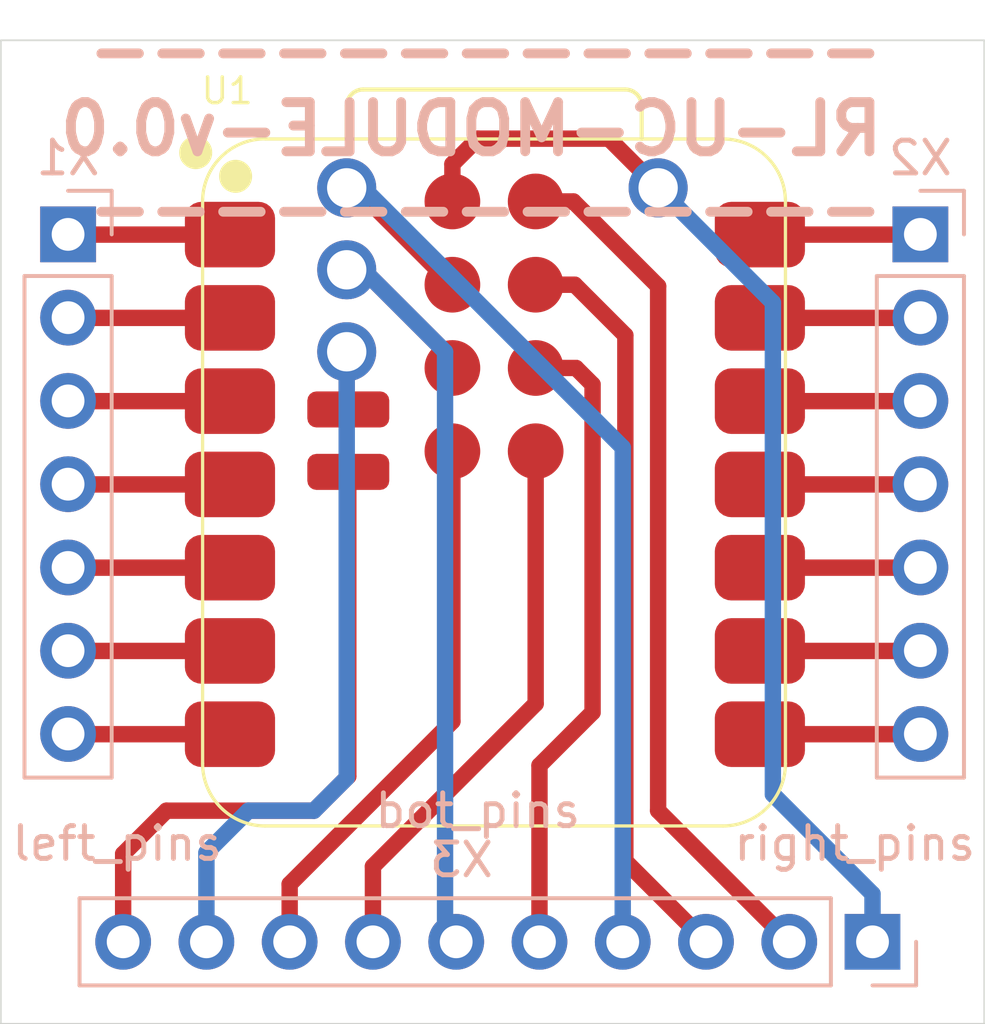
<source format=kicad_pcb>
(kicad_pcb (version 20241229) (generator "pcbnew") (generator_version "9.0")
  (layers (0 "F.Cu" signal) (2 "B.Cu" signal) (13 "F.Paste" user) (15 "B.Paste" user) (5 "F.SilkS" user "F.Silkscreen") (7 "B.SilkS" user "B.Silkscreen") (1 "F.Mask" user) (3 "B.Mask" user) (25 "Edge.Cuts" user))
  (net 0 "")
  (net 1 "Net-(U1-5V)")
  (net 2 "Net-(U1-MTCK)")
  (net 3 "Net-(U1-GND-Pad20)")
  (net 4 "Net-(U1-MTDO)")
  (net 5 "Net-(U1-D+)")
  (net 6 "Net-(U1-MTMS)")
  (net 7 "Net-(U1-D-)")
  (net 8 "Net-(U1-GPIO43_TX_D6)")
  (net 9 "Net-(U1-TCH8_GPIO8_A9_D9_MISO)")
  (net 10 "Net-(U1-EN)")
  (net 11 "Net-(U1-TCH9_GPIO9_A10_D10_MOSI)")
  (net 12 "Net-(U1-MTDI)")
  (net 13 "Net-(U1-GND-Pad13)")
  (net 14 "Net-(U1-3V3)")
  (net 15 "Net-(U1-TCH5_GPIO5_A4_D4_SDA)")
  (net 16 "Net-(U1-TCH1_GPIO1_A0_D0)")
  (net 17 "Net-(U1-TCH4_GPIO4_A3_D3)")
  (net 18 "Net-(U1-BAT-)")
  (net 19 "Net-(U1-TCH2_GPIO2_A1_D1)")
  (net 20 "Net-(U1-TCH7_GPIO7_A8_D8_SCK)")
  (net 21 "Net-(U1-TCH6_GPIO6_A5_D5_SCL)")
  (net 22 "Net-(U1-GPIO44_D7_RX)")
  (net 23 "Net-(U1-BAT+)")
  (net 24 "Net-(U1-TCH3_GPIO3_A2_D2)")
  (footprint "xiao_esp32s3:XIAO-ESP32S3-SMD" (layer "F.Cu") (at 100 100)
    (property "Reference" "U1" (at -9 -11.5 0) (layer "F.SilkS") (effects (font (size 0.78232 0.78232) (thickness 0.10668)) (justify left bottom)))
    (property "Value" "MOUDLE-SEEEDUINO-XIAO-ESP32S3")
    (fp_line (start -8.896364 8.56) (end -8.896364 -8.585) (stroke (width 0.1)) (layer "F.SilkS"))
    (fp_line (start -6.991364 10.465) (end 6.978636 10.465) (stroke (width 0.1)) (layer "F.SilkS"))
    (fp_line (start -4.501364 -10.49) (end -4.497636 -11.500272) (stroke (width 0.127)) (layer "F.SilkS"))
    (fp_line (start -3.997636 -12) (end 3.997636 -12) (stroke (width 0.127)) (layer "F.SilkS"))
    (fp_line (start 4.497636 -11.5) (end 4.497636 -10.49) (stroke (width 0.127)) (layer "F.SilkS"))
    (fp_line (start 6.978636 -10.49) (end -6.991364 -10.49) (stroke (width 0.1)) (layer "F.SilkS"))
    (fp_line (start 8.883636 8.56) (end 8.883636 -8.585) (stroke (width 0.1)) (layer "F.SilkS"))
    (fp_arc (start -8.896364 -8.589) (mid -8.338402 -9.936038) (end -6.991364 -10.494) (stroke (width 0.1)) (layer "F.SilkS"))
    (fp_arc (start -6.991364 10.465) (mid -8.338402 9.907038) (end -8.896364 8.56) (stroke (width 0.1)) (layer "F.SilkS"))
    (fp_arc (start -4.497636 -11.500272) (mid -4.351088 -11.853644) (end -3.997636 -12) (stroke (width 0.127)) (layer "F.SilkS"))
    (fp_arc (start 3.997636 -12) (mid 4.351189 -11.853553) (end 4.497636 -11.5) (stroke (width 0.127)) (layer "F.SilkS"))
    (fp_arc (start 6.978636 -10.49) (mid 8.325674 -9.932038) (end 8.883636 -8.585) (stroke (width 0.1)) (layer "F.SilkS"))
    (fp_arc (start 8.883636 8.56) (mid 8.325674 9.907038) (end 6.978636 10.465) (stroke (width 0.1)) (layer "F.SilkS"))
    (fp_circle (center -9.106364 -10.074) (end -9.106364 -10.328) (stroke (width 0.5)) (fill yes) (layer "F.SilkS"))
    (fp_circle (center -7.889364 -9.351) (end -7.889364 -9.605) (stroke (width 0.5)) (fill yes) (layer "F.SilkS"))
    (pad "1" smd roundrect (at -8.061364 -7.573) (size 2.75 2) (layers "F.Cu" "F.Mask" "F.Paste") (net 16 "Net-(U1-TCH1_GPIO1_A0_D0)"))
    (pad "2" smd roundrect (at -8.061364 -5.033) (size 2.75 2) (layers "F.Cu" "F.Mask" "F.Paste") (net 19 "Net-(U1-TCH2_GPIO2_A1_D1)"))
    (pad "3" smd roundrect (at -8.061364 -2.493) (size 2.75 2) (layers "F.Cu" "F.Mask" "F.Paste") (net 24 "Net-(U1-TCH3_GPIO3_A2_D2)"))
    (pad "4" smd roundrect (at -8.061364 0.047) (size 2.75 2) (layers "F.Cu" "F.Mask" "F.Paste") (net 17 "Net-(U1-TCH4_GPIO4_A3_D3)"))
    (pad "5" smd roundrect (at -8.061364 2.587) (size 2.75 2) (layers "F.Cu" "F.Mask" "F.Paste") (net 15 "Net-(U1-TCH5_GPIO5_A4_D4_SDA)"))
    (pad "6" smd roundrect (at -8.061364 5.127) (size 2.75 2) (layers "F.Cu" "F.Mask" "F.Paste") (net 21 "Net-(U1-TCH6_GPIO6_A5_D5_SCL)"))
    (pad "7" smd roundrect (at -8.061364 7.667) (size 2.75 2) (layers "F.Cu" "F.Mask" "F.Paste") (net 8 "Net-(U1-GPIO43_TX_D6)"))
    (pad "8" smd roundrect (at 8.103636 7.667) (size 2.75 2) (layers "F.Cu" "F.Mask" "F.Paste") (net 22 "Net-(U1-GPIO44_D7_RX)"))
    (pad "9" smd roundrect (at 8.103636 5.127) (size 2.75 2) (layers "F.Cu" "F.Mask" "F.Paste") (net 20 "Net-(U1-TCH7_GPIO7_A8_D8_SCK)"))
    (pad "10" smd roundrect (at 8.103636 2.587) (size 2.75 2) (layers "F.Cu" "F.Mask" "F.Paste") (net 9 "Net-(U1-TCH8_GPIO8_A9_D9_MISO)"))
    (pad "11" smd roundrect (at 8.103636 0.047) (size 2.75 2) (layers "F.Cu" "F.Mask" "F.Paste") (net 11 "Net-(U1-TCH9_GPIO9_A10_D10_MOSI)"))
    (pad "12" smd roundrect (at 8.103636 -2.493) (size 2.75 2) (layers "F.Cu" "F.Mask" "F.Paste") (net 14 "Net-(U1-3V3)"))
    (pad "13" smd roundrect (at 8.103636 -5.033) (size 2.75 2) (layers "F.Cu" "F.Mask" "F.Paste") (net 13 "Net-(U1-GND-Pad13)"))
    (pad "14" smd roundrect (at 8.103636 -7.573) (size 2.75 2) (layers "F.Cu" "F.Mask" "F.Paste") (net 1 "Net-(U1-5V)"))
    (pad "15" smd roundrect (at -4.451364 -0.335 180) (size 2.5 1.1) (layers "F.Cu" "F.Mask" "F.Paste") (net 23 "Net-(U1-BAT+)"))
    (pad "16" smd roundrect (at -4.451364 -2.24 180) (size 2.5 1.1) (layers "F.Cu" "F.Mask" "F.Paste") (net 18 "Net-(U1-BAT-)"))
    (pad "17" smd circle (at -1.276364 -8.585) (size 1.7 1.7) (layers "F.Cu" "F.Mask" "F.Paste") (net 12 "Net-(U1-MTDI)"))
    (pad "18" smd circle (at 1.263636 -8.585) (size 1.7 1.7) (layers "F.Cu" "F.Mask" "F.Paste") (net 4 "Net-(U1-MTDO)"))
    (pad "19" smd circle (at -1.276364 -6.045) (size 1.7 1.7) (layers "F.Cu" "F.Mask" "F.Paste") (net 10 "Net-(U1-EN)"))
    (pad "20" smd circle (at 1.263636 -6.045) (size 1.7 1.7) (layers "F.Cu" "F.Mask" "F.Paste") (net 3 "Net-(U1-GND-Pad20)"))
    (pad "21" smd circle (at -1.276364 -3.505) (size 1.7 1.7) (layers "F.Cu" "F.Mask" "F.Paste") (net 6 "Net-(U1-MTMS)"))
    (pad "22" smd circle (at 1.263636 -3.505) (size 1.7 1.7) (layers "F.Cu" "F.Mask" "F.Paste") (net 2 "Net-(U1-MTCK)"))
    (pad "23" smd circle (at -1.276364 -0.965) (size 1.7 1.7) (layers "F.Cu" "F.Mask" "F.Paste") (net 7 "Net-(U1-D-)"))
    (pad "24" smd circle (at 1.263636 -0.965) (size 1.7 1.7) (layers "F.Cu" "F.Mask" "F.Paste") (net 5 "Net-(U1-D+)"))
  )
  (footprint "pin_header:PinHeader_1x10_P2.54mm_Vertical" (layer "B.Cu") (at 111.54 114 90)
    (property "Reference" "X3" (at 2.5 -12.54 180) (layer "B.SilkS") (effects (justify mirror)))
    (property "Value" "bot_pins" (at 4 -12.04 180) (layer "B.SilkS"))
    (fp_line (start -1.33 -24.19) (end 1.33 -24.19) (stroke (width 0.12)) (layer "B.SilkS"))
    (fp_line (start 1.33 -1.27) (end 1.33 -24.19) (stroke (width 0.12)) (layer "B.SilkS"))
    (fp_line (start -1.33 -1.27) (end -1.33 -24.19) (stroke (width 0.12)) (layer "B.SilkS"))
    (fp_line (start -1.33 -1.27) (end 1.33 -1.27) (stroke (width 0.12)) (layer "B.SilkS"))
    (fp_line (start -1.33 0) (end -1.33 1.33) (stroke (width 0.12)) (layer "B.SilkS"))
    (fp_line (start -1.33 1.33) (end 0 1.33) (stroke (width 0.12)) (layer "B.SilkS"))
    (pad "1" thru_hole rect (at 0 0 90) (size 1.7 1.7) (drill 1) (layers "*.Cu" "*.Mask") (net 12 "Net-(U1-MTDI)"))
    (pad "2" thru_hole oval (at 0 -2.54 90) (size 1.7 1.7) (drill 1) (layers "*.Cu" "*.Mask") (net 4 "Net-(U1-MTDO)"))
    (pad "3" thru_hole oval (at 0 -5.08 90) (size 1.7 1.7) (drill 1) (layers "*.Cu" "*.Mask") (net 3 "Net-(U1-GND-Pad20)"))
    (pad "4" thru_hole oval (at 0 -7.62 90) (size 1.7 1.7) (drill 1) (layers "*.Cu" "*.Mask") (net 10 "Net-(U1-EN)"))
    (pad "5" thru_hole oval (at 0 -10.16 90) (size 1.7 1.7) (drill 1) (layers "*.Cu" "*.Mask") (net 2 "Net-(U1-MTCK)"))
    (pad "6" thru_hole oval (at 0 -12.7 90) (size 1.7 1.7) (drill 1) (layers "*.Cu" "*.Mask") (net 6 "Net-(U1-MTMS)"))
    (pad "7" thru_hole oval (at 0 -15.24 90) (size 1.7 1.7) (drill 1) (layers "*.Cu" "*.Mask") (net 5 "Net-(U1-D+)"))
    (pad "8" thru_hole oval (at 0 -17.78 90) (size 1.7 1.7) (drill 1) (layers "*.Cu" "*.Mask") (net 7 "Net-(U1-D-)"))
    (pad "9" thru_hole oval (at 0 -20.32 90) (size 1.7 1.7) (drill 1) (layers "*.Cu" "*.Mask") (net 18 "Net-(U1-BAT-)"))
    (pad "10" thru_hole oval (at 0 -22.86 90) (size 1.7 1.7) (drill 1) (layers "*.Cu" "*.Mask") (net 23 "Net-(U1-BAT+)"))
  )
  (footprint "pin_header:PinHeader_1x07_P2.54mm_Vertical" (layer "B.Cu") (at 87 92.42 180)
    (property "Reference" "X1" (at 0 2.33 0) (layer "B.SilkS") (effects (justify mirror)))
    (property "Value" "left_pins" (at -1.5 -18.58 0) (layer "B.SilkS"))
    (fp_line (start 1.33 -1.27) (end 1.33 -16.57) (stroke (width 0.12)) (layer "B.SilkS"))
    (fp_line (start -1.33 1.33) (end 0 1.33) (stroke (width 0.12)) (layer "B.SilkS"))
    (fp_line (start -1.33 0) (end -1.33 1.33) (stroke (width 0.12)) (layer "B.SilkS"))
    (fp_line (start -1.33 -1.27) (end 1.33 -1.27) (stroke (width 0.12)) (layer "B.SilkS"))
    (fp_line (start -1.33 -1.27) (end -1.33 -16.57) (stroke (width 0.12)) (layer "B.SilkS"))
    (fp_line (start -1.33 -16.57) (end 1.33 -16.57) (stroke (width 0.12)) (layer "B.SilkS"))
    (pad "1" thru_hole rect (at 0 0 180) (size 1.7 1.7) (drill 1) (layers "*.Cu" "*.Mask") (net 16 "Net-(U1-TCH1_GPIO1_A0_D0)"))
    (pad "2" thru_hole oval (at 0 -2.54 180) (size 1.7 1.7) (drill 1) (layers "*.Cu" "*.Mask") (net 19 "Net-(U1-TCH2_GPIO2_A1_D1)"))
    (pad "3" thru_hole oval (at 0 -5.08 180) (size 1.7 1.7) (drill 1) (layers "*.Cu" "*.Mask") (net 24 "Net-(U1-TCH3_GPIO3_A2_D2)"))
    (pad "4" thru_hole oval (at 0 -7.62 180) (size 1.7 1.7) (drill 1) (layers "*.Cu" "*.Mask") (net 17 "Net-(U1-TCH4_GPIO4_A3_D3)"))
    (pad "5" thru_hole oval (at 0 -10.16 180) (size 1.7 1.7) (drill 1) (layers "*.Cu" "*.Mask") (net 15 "Net-(U1-TCH5_GPIO5_A4_D4_SDA)"))
    (pad "6" thru_hole oval (at 0 -12.7 180) (size 1.7 1.7) (drill 1) (layers "*.Cu" "*.Mask") (net 21 "Net-(U1-TCH6_GPIO6_A5_D5_SCL)"))
    (pad "7" thru_hole oval (at 0 -15.24 180) (size 1.7 1.7) (drill 1) (layers "*.Cu" "*.Mask") (net 8 "Net-(U1-GPIO43_TX_D6)"))
  )
  (footprint "pin_header:PinHeader_1x07_P2.54mm_Vertical" (layer "B.Cu") (at 113 92.42 180)
    (property "Reference" "X2" (at 0 2.33 0) (layer "B.SilkS") (effects (justify mirror)))
    (property "Value" "right_pins" (at 2 -18.58 0) (layer "B.SilkS"))
    (fp_line (start 1.33 -1.27) (end 1.33 -16.57) (stroke (width 0.12)) (layer "B.SilkS"))
    (fp_line (start -1.33 1.33) (end 0 1.33) (stroke (width 0.12)) (layer "B.SilkS"))
    (fp_line (start -1.33 0) (end -1.33 1.33) (stroke (width 0.12)) (layer "B.SilkS"))
    (fp_line (start -1.33 -1.27) (end 1.33 -1.27) (stroke (width 0.12)) (layer "B.SilkS"))
    (fp_line (start -1.33 -1.27) (end -1.33 -16.57) (stroke (width 0.12)) (layer "B.SilkS"))
    (fp_line (start -1.33 -16.57) (end 1.33 -16.57) (stroke (width 0.12)) (layer "B.SilkS"))
    (pad "1" thru_hole rect (at 0 0 180) (size 1.7 1.7) (drill 1) (layers "*.Cu" "*.Mask") (net 1 "Net-(U1-5V)"))
    (pad "2" thru_hole oval (at 0 -2.54 180) (size 1.7 1.7) (drill 1) (layers "*.Cu" "*.Mask") (net 13 "Net-(U1-GND-Pad13)"))
    (pad "3" thru_hole oval (at 0 -5.08 180) (size 1.7 1.7) (drill 1) (layers "*.Cu" "*.Mask") (net 14 "Net-(U1-3V3)"))
    (pad "4" thru_hole oval (at 0 -7.62 180) (size 1.7 1.7) (drill 1) (layers "*.Cu" "*.Mask") (net 11 "Net-(U1-TCH9_GPIO9_A10_D10_MOSI)"))
    (pad "5" thru_hole oval (at 0 -10.16 180) (size 1.7 1.7) (drill 1) (layers "*.Cu" "*.Mask") (net 9 "Net-(U1-TCH8_GPIO8_A9_D9_MISO)"))
    (pad "6" thru_hole oval (at 0 -12.7 180) (size 1.7 1.7) (drill 1) (layers "*.Cu" "*.Mask") (net 20 "Net-(U1-TCH7_GPIO7_A8_D8_SCK)"))
    (pad "7" thru_hole oval (at 0 -15.24 180) (size 1.7 1.7) (drill 1) (layers "*.Cu" "*.Mask") (net 22 "Net-(U1-GPIO44_D7_RX)"))
  )
  (gr_rect (start 84.9482 86.5) (end 114.9482 116.5) (stroke (width 0.05)) (fill no) (layer "Edge.Cuts"))
  (gr_text "-------------\nRL-UC-MODULE-v0.0\n-------------\n" (at 112 92.5 0) (layer "B.SilkS") (effects (font (size 1.5 1.5) (thickness 0.3) (bold yes)) (justify left bottom mirror)))
  (segment (start 108.103636 92.427) (end 112.993 92.427) (width 0.5) (layer "F.Cu") (net 1))
  (segment (start 112.993 92.427) (end 113 92.42) (width 0.5) (layer "F.Cu") (net 1))
  (segment (start 101.38 114) (end 101.38 108.62) (width 0.5) (layer "F.Cu") (net 2))
  (segment (start 103 97) (end 102.495 96.495) (width 0.5) (layer "F.Cu") (net 2))
  (segment (start 103 107) (end 103 97) (width 0.5) (layer "F.Cu") (net 2))
  (segment (start 101.38 108.62) (end 103 107) (width 0.5) (layer "F.Cu") (net 2))
  (segment (start 102.495 96.495) (end 101.263636 96.495) (width 0.5) (layer "F.Cu") (net 2))
  (segment (start 102.455 93.955) (end 101.263636 93.955) (width 0.5) (layer "F.Cu") (net 3))
  (segment (start 104 111.54) (end 104 95.5) (width 0.5) (layer "F.Cu") (net 3))
  (segment (start 104 95.5) (end 102.455 93.955) (width 0.5) (layer "F.Cu") (net 3))
  (segment (start 106.46 114) (end 104 111.54) (width 0.5) (layer "F.Cu") (net 3))
  (segment (start 102.415 91.415) (end 101.263636 91.415) (width 0.5) (layer "F.Cu") (net 4))
  (segment (start 105 94) (end 102.415 91.415) (width 0.5) (layer "F.Cu") (net 4))
  (segment (start 109 114) (end 105 110) (width 0.5) (layer "F.Cu") (net 4))
  (segment (start 105 110) (end 105 94) (width 0.5) (layer "F.Cu") (net 4))
  (segment (start 96.3 114) (end 96.3 111.7) (width 0.5) (layer "F.Cu") (net 5))
  (segment (start 96.3 111.7) (end 101.263636 106.736364) (width 0.5) (layer "F.Cu") (net 5))
  (segment (start 101.263636 106.736364) (end 101.263636 99.035) (width 0.5) (layer "F.Cu") (net 5))
  (segment (start 98.723636 96.223636) (end 98.723636 96.495) (width 0.5) (layer "F.Cu") (net 6))
  (segment (start 96 93.5) (end 98.723636 96.223636) (width 0.5) (layer "F.Cu") (net 6))
  (segment (start 95.5 93.5) (end 96 93.5) (width 0.5) (layer "F.Cu") (net 6))
  (via (at 95.5 93.5) (size 1.8) (drill 1.2) (layers "F.Cu" "B.Cu") (net 6))
  (segment (start 98.5 113.66) (end 98.84 114) (width 0.5) (layer "B.Cu") (net 6))
  (segment (start 98.5 96) (end 98.5 113.66) (width 0.5) (layer "B.Cu") (net 6))
  (segment (start 96 93.5) (end 98.5 96) (width 0.5) (layer "B.Cu") (net 6))
  (segment (start 95.5 93.5) (end 96 93.5) (width 0.5) (layer "B.Cu") (net 6))
  (segment (start 98.723636 107.276364) (end 98.723636 99.035) (width 0.5) (layer "F.Cu") (net 7))
  (segment (start 93.76 112.24) (end 98.723636 107.276364) (width 0.5) (layer "F.Cu") (net 7))
  (segment (start 93.76 114) (end 93.76 112.24) (width 0.5) (layer "F.Cu") (net 7))
  (segment (start 87.007 107.667) (end 87 107.66) (width 0.5) (layer "F.Cu") (net 8))
  (segment (start 91.938636 107.667) (end 87.007 107.667) (width 0.5) (layer "F.Cu") (net 8))
  (segment (start 112.993 102.587) (end 113 102.58) (width 0.5) (layer "F.Cu") (net 9))
  (segment (start 108.103636 102.587) (end 112.993 102.587) (width 0.5) (layer "F.Cu") (net 9))
  (segment (start 95.768636 91) (end 98.723636 93.955) (width 0.5) (layer "F.Cu") (net 10))
  (segment (start 95.5 91) (end 95.768636 91) (width 0.5) (layer "F.Cu") (net 10))
  (via (at 95.5 91) (size 1.8) (drill 1.2) (layers "F.Cu" "B.Cu") (net 10))
  (segment (start 103.92 98.92) (end 103.92 114) (width 0.5) (layer "B.Cu") (net 10))
  (segment (start 95.5 91) (end 96 91) (width 0.5) (layer "B.Cu") (net 10))
  (segment (start 96 91) (end 103.92 98.92) (width 0.5) (layer "B.Cu") (net 10))
  (segment (start 112.993 100.047) (end 113 100.04) (width 0.5) (layer "F.Cu") (net 11))
  (segment (start 108.103636 100.047) (end 112.993 100.047) (width 0.5) (layer "F.Cu") (net 11))
  (segment (start 105 91) (end 103.5 89.5) (width 0.5) (layer "F.Cu") (net 12))
  (segment (start 99.5 89.5) (end 98.723636 90.276364) (width 0.5) (layer "F.Cu") (net 12))
  (segment (start 103.5 89.5) (end 99.5 89.5) (width 0.5) (layer "F.Cu") (net 12))
  (segment (start 98.723636 90.276364) (end 98.723636 91.415) (width 0.5) (layer "F.Cu") (net 12))
  (via (at 105 91) (size 1.8) (drill 1.2) (layers "F.Cu" "B.Cu") (net 12))
  (segment (start 105 91) (end 108.5 94.5) (width 0.5) (layer "B.Cu") (net 12))
  (segment (start 108.5 94.5) (end 108.5 109.5) (width 0.5) (layer "B.Cu") (net 12))
  (segment (start 108.5 109.5) (end 111.54 112.54) (width 0.5) (layer "B.Cu") (net 12))
  (segment (start 111.54 112.54) (end 111.54 114) (width 0.5) (layer "B.Cu") (net 12))
  (segment (start 112.993 94.967) (end 113 94.96) (width 0.5) (layer "F.Cu") (net 13))
  (segment (start 108.103636 94.967) (end 112.993 94.967) (width 0.5) (layer "F.Cu") (net 13))
  (segment (start 112.993 97.507) (end 113 97.5) (width 0.5) (layer "F.Cu") (net 14))
  (segment (start 108.103636 97.507) (end 112.993 97.507) (width 0.5) (layer "F.Cu") (net 14))
  (segment (start 91.938636 102.587) (end 87.007 102.587) (width 0.5) (layer "F.Cu") (net 15))
  (segment (start 87.007 102.587) (end 87 102.58) (width 0.5) (layer "F.Cu") (net 15))
  (segment (start 91.938636 92.427) (end 87.007 92.427) (width 0.5) (layer "F.Cu") (net 16))
  (segment (start 87.007 92.427) (end 87 92.42) (width 0.5) (layer "F.Cu") (net 16))
  (segment (start 91.938636 100.047) (end 87.007 100.047) (width 0.5) (layer "F.Cu") (net 17))
  (segment (start 87.007 100.047) (end 87 100.04) (width 0.5) (layer "F.Cu") (net 17))
  (segment (start 95.5 96) (end 95.5 97.711364) (width 0.5) (layer "F.Cu") (net 18))
  (segment (start 95.5 97.711364) (end 95.548636 97.76) (width 0.5) (layer "F.Cu") (net 18))
  (via (at 95.5 96) (size 1.8) (drill 1.2) (layers "F.Cu" "B.Cu") (net 18))
  (segment (start 95.5 96) (end 95.5 109) (width 0.5) (layer "B.Cu") (net 18))
  (segment (start 91.22 111.28) (end 91.22 114) (width 0.5) (layer "B.Cu") (net 18))
  (segment (start 95.5 109) (end 94.5 110) (width 0.5) (layer "B.Cu") (net 18))
  (segment (start 94.5 110) (end 92.5 110) (width 0.5) (layer "B.Cu") (net 18))
  (segment (start 92.5 110) (end 91.22 111.28) (width 0.5) (layer "B.Cu") (net 18))
  (segment (start 91.938636 94.967) (end 87.007 94.967) (width 0.5) (layer "F.Cu") (net 19))
  (segment (start 87.007 94.967) (end 87 94.96) (width 0.5) (layer "F.Cu") (net 19))
  (segment (start 112.993 105.127) (end 113 105.12) (width 0.5) (layer "F.Cu") (net 20))
  (segment (start 108.103636 105.127) (end 112.993 105.127) (width 0.5) (layer "F.Cu") (net 20))
  (segment (start 87.007 105.127) (end 87 105.12) (width 0.5) (layer "F.Cu") (net 21))
  (segment (start 91.938636 105.127) (end 87.007 105.127) (width 0.5) (layer "F.Cu") (net 21))
  (segment (start 112.993 107.667) (end 113 107.66) (width 0.5) (layer "F.Cu") (net 22))
  (segment (start 108.103636 107.667) (end 112.993 107.667) (width 0.5) (layer "F.Cu") (net 22))
  (segment (start 90 110) (end 94.5 110) (width 0.5) (layer "F.Cu") (net 23))
  (segment (start 94.5 110) (end 95.548636 108.951364) (width 0.5) (layer "F.Cu") (net 23))
  (segment (start 88.68 114) (end 88.68 111.32) (width 0.5) (layer "F.Cu") (net 23))
  (segment (start 95.548636 108.951364) (end 95.548636 99.665) (width 0.5) (layer "F.Cu") (net 23))
  (segment (start 88.68 111.32) (end 90 110) (width 0.5) (layer "F.Cu") (net 23))
  (segment (start 87.007 97.507) (end 87 97.5) (width 0.5) (layer "F.Cu") (net 24))
  (segment (start 91.938636 97.507) (end 87.007 97.507) (width 0.5) (layer "F.Cu") (net 24))
)
</source>
